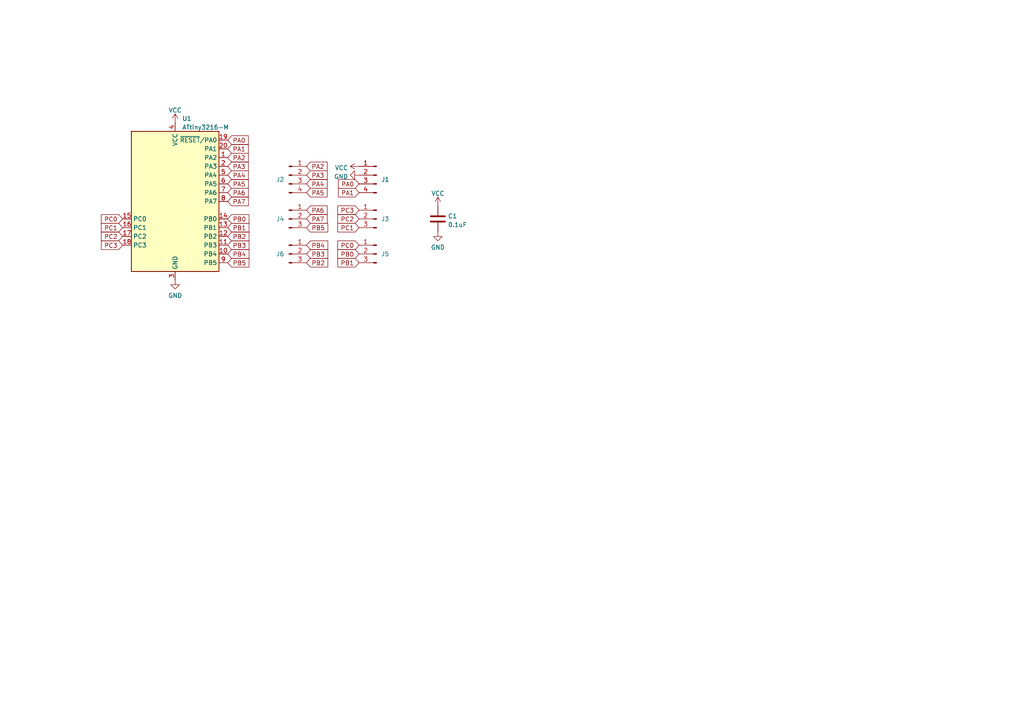
<source format=kicad_sch>
(kicad_sch (version 20211123) (generator eeschema)
  (paper "A4")
  (title_block (title "snappy") (date "2022-05-22") (rev "0.1.1") (company "moth.monster"))
  (lib_symbols
    (symbol "Connector:Conn_01x03_Male" (pin_names (offset 1.016) hide)
      (property "Reference" "J" (at 0 5.08 0))
      (property "Value" "Conn_01x03_Male" (at 0 -5.08 0))
      (symbol "Conn_01x03_Male_1_1"
        (polyline (pts (xy 1.27 -2.54) (xy 0.8636 -2.54)) (stroke (width 0.1524)))
        (polyline (pts (xy 1.27 0) (xy 0.8636 0)) (stroke (width 0.1524)))
        (polyline (pts (xy 1.27 2.54) (xy 0.8636 2.54)) (stroke (width 0.1524)))
        (rectangle (start 0.8636 -2.413) (end 0 -2.667) (stroke (width 0.1524)) (fill (type outline)))
        (rectangle (start 0.8636 0.127) (end 0 -0.127) (stroke (width 0.1524)) (fill (type outline)))
        (rectangle (start 0.8636 2.667) (end 0 2.413) (stroke (width 0.1524)) (fill (type outline)))
        (pin passive line (at 5.08 2.54 180) (length 3.81) (name "Pin_1") (number "1"))
        (pin passive line (at 5.08 0 180) (length 3.81) (name "Pin_2") (number "2"))
        (pin passive line (at 5.08 -2.54 180) (length 3.81) (name "Pin_3") (number "3"))
      )
    )
    (symbol "Connector:Conn_01x04_Male" (pin_names (offset 1.016) hide)
      (property "Reference" "J" (at 0 5.08 0))
      (property "Value" "Conn_01x04_Male" (at 0 -7.62 0))
      (symbol "Conn_01x04_Male_1_1"
        (polyline (pts (xy 1.27 -5.08) (xy 0.8636 -5.08)) (stroke (width 0.1524)))
        (polyline (pts (xy 1.27 -2.54) (xy 0.8636 -2.54)) (stroke (width 0.1524)))
        (polyline (pts (xy 1.27 0) (xy 0.8636 0)) (stroke (width 0.1524)))
        (polyline (pts (xy 1.27 2.54) (xy 0.8636 2.54)) (stroke (width 0.1524)))
        (rectangle (start 0.8636 -4.953) (end 0 -5.207) (stroke (width 0.1524)) (fill (type outline)))
        (rectangle (start 0.8636 -2.413) (end 0 -2.667) (stroke (width 0.1524)) (fill (type outline)))
        (rectangle (start 0.8636 0.127) (end 0 -0.127) (stroke (width 0.1524)) (fill (type outline)))
        (rectangle (start 0.8636 2.667) (end 0 2.413) (stroke (width 0.1524)) (fill (type outline)))
        (pin passive line (at 5.08 2.54 180) (length 3.81) (name "Pin_1") (number "1"))
        (pin passive line (at 5.08 0 180) (length 3.81) (name "Pin_2") (number "2"))
        (pin passive line (at 5.08 -2.54 180) (length 3.81) (name "Pin_3") (number "3"))
        (pin passive line (at 5.08 -5.08 180) (length 3.81) (name "Pin_4") (number "4"))
      )
    )
    (symbol "Device:C" (pin_numbers hide) (pin_names (offset 0.254))
      (property "Reference" "C" (at 0.635 2.54 0))
      (property "Value" "C" (at 0.635 -2.54 0))
      (symbol "C_0_1"
        (polyline (pts (xy -2.032 -0.762) (xy 2.032 -0.762)) (stroke (width 0.508)))
        (polyline (pts (xy -2.032 0.762) (xy 2.032 0.762)) (stroke (width 0.508)))
      )
      (symbol "C_1_1"
        (pin passive line (at 0 3.81 270) (length 2.794) (name "~") (number "1"))
        (pin passive line (at 0 -3.81 90) (length 2.794) (name "~") (number "2"))
      )
    )
    (symbol "MCU_Microchip_ATtiny:ATtiny3216-M"
      (property "Reference" "U" (at -12.7 21.59 0))
      (property "Value" "ATtiny3216-M" (at 2.54 -21.59 0))
      (symbol "ATtiny3216-M_0_1"
        (rectangle (start -12.7 -20.32) (end 12.7 20.32) (stroke (width 0.254)) (fill (type background)))
      )
      (symbol "ATtiny3216-M_1_1"
        (pin bidirectional line (at 15.24 12.7 180) (length 2.54) (name "PA2") (number "1"))
        (pin bidirectional line (at 15.24 -15.24 180) (length 2.54) (name "PB4") (number "10"))
        (pin bidirectional line (at 15.24 -12.7 180) (length 2.54) (name "PB3") (number "11"))
        (pin bidirectional line (at 15.24 -10.16 180) (length 2.54) (name "PB2") (number "12"))
        (pin bidirectional line (at 15.24 -7.62 180) (length 2.54) (name "PB1") (number "13"))
        (pin bidirectional line (at 15.24 -5.08 180) (length 2.54) (name "PB0") (number "14"))
        (pin bidirectional line (at -15.24 -5.08 0) (length 2.54) (name "PC0") (number "15"))
        (pin bidirectional line (at -15.24 -7.62 0) (length 2.54) (name "PC1") (number "16"))
        (pin bidirectional line (at -15.24 -10.16 0) (length 2.54) (name "PC2") (number "17"))
        (pin bidirectional line (at -15.24 -12.7 0) (length 2.54) (name "PC3") (number "18"))
        (pin bidirectional line (at 15.24 17.78 180) (length 2.54) (name "~{RESET}/PA0") (number "19"))
        (pin bidirectional line (at 15.24 10.16 180) (length 2.54) (name "PA3") (number "2"))
        (pin bidirectional line (at 15.24 15.24 180) (length 2.54) (name "PA1") (number "20"))
        (pin passive line (at 0 -22.86 90) (length 2.54) hide (name "GND") (number "21"))
        (pin power_in line (at 0 -22.86 90) (length 2.54) (name "GND") (number "3"))
        (pin power_in line (at 0 22.86 270) (length 2.54) (name "VCC") (number "4"))
        (pin bidirectional line (at 15.24 7.62 180) (length 2.54) (name "PA4") (number "5"))
        (pin bidirectional line (at 15.24 5.08 180) (length 2.54) (name "PA5") (number "6"))
        (pin bidirectional line (at 15.24 2.54 180) (length 2.54) (name "PA6") (number "7"))
        (pin bidirectional line (at 15.24 0 180) (length 2.54) (name "PA7") (number "8"))
        (pin bidirectional line (at 15.24 -17.78 180) (length 2.54) (name "PB5") (number "9"))
      )
    )
    (symbol "power:GND" (power) (pin_names (offset 0))
      (property "Value" "GND" (at 0 -3.81 0))
      (symbol "GND_0_1"
        (polyline (pts (xy 0 0) (xy 0 -1.27) (xy 1.27 -1.27) (xy 0 -2.54) (xy -1.27 -1.27) (xy 0 -1.27)))
      )
      (symbol "GND_1_1"
        (pin power_in line (at 0 0 270) (length 0) hide (name "GND") (number "1"))
      )
    )
    (symbol "power:VCC" (power) (pin_names (offset 0))
      (property "Value" "VCC" (at 0 3.81 0))
      (symbol "VCC_0_1"
        (polyline (pts (xy -0.762 1.27) (xy 0 2.54)))
        (polyline (pts (xy 0 0) (xy 0 2.54)))
        (polyline (pts (xy 0 2.54) (xy 0.762 1.27)))
      )
      (symbol "VCC_1_1"
        (pin power_in line (at 0 0 90) (length 0) hide (name "VCC") (number "1"))
      )
    )
  )
  (global_label "PA3" (shape input) (at 66.04 48.26 0) (property "Intersheet References" "${INTERSHEET_REFS}" (effects hide)))
  (global_label "PA1" (shape input) (at 104.14 55.88 180) (property "Intersheet References" "${INTERSHEET_REFS}" (effects hide)))
  (global_label "PB0" (shape input) (at 66.04 63.5 0) (property "Intersheet References" "${INTERSHEET_REFS}" (effects hide)))
  (global_label "PA3" (shape input) (at 88.9 50.8 0) (property "Intersheet References" "${INTERSHEET_REFS}" (effects hide)))
  (global_label "PA0" (shape input) (at 66.04 40.64 0) (property "Intersheet References" "${INTERSHEET_REFS}" (effects hide)))
  (global_label "PB5" (shape input) (at 88.9 66.04 0) (property "Intersheet References" "${INTERSHEET_REFS}" (effects hide)))
  (global_label "PB0" (shape input) (at 104.14 73.66 180) (property "Intersheet References" "${INTERSHEET_REFS}" (effects hide)))
  (global_label "PC0" (shape input) (at 104.14 71.12 180) (property "Intersheet References" "${INTERSHEET_REFS}" (effects hide)))
  (global_label "PC3" (shape input) (at 35.56 71.12 180) (property "Intersheet References" "${INTERSHEET_REFS}" (effects hide)))
  (global_label "PC0" (shape input) (at 35.56 63.5 180) (property "Intersheet References" "${INTERSHEET_REFS}" (effects hide)))
  (global_label "PC3" (shape input) (at 104.14 60.96 180) (property "Intersheet References" "${INTERSHEET_REFS}" (effects hide)))
  (global_label "PB3" (shape input) (at 88.9 73.66 0) (property "Intersheet References" "${INTERSHEET_REFS}" (effects hide)))
  (global_label "PC2" (shape input) (at 104.14 63.5 180) (property "Intersheet References" "${INTERSHEET_REFS}" (effects hide)))
  (global_label "PB3" (shape input) (at 66.04 71.12 0) (property "Intersheet References" "${INTERSHEET_REFS}" (effects hide)))
  (global_label "PB4" (shape input) (at 88.9 71.12 0) (property "Intersheet References" "${INTERSHEET_REFS}" (effects hide)))
  (global_label "PB2" (shape input) (at 88.9 76.2 0) (property "Intersheet References" "${INTERSHEET_REFS}" (effects hide)))
  (global_label "PA5" (shape input) (at 88.9 55.88 0) (property "Intersheet References" "${INTERSHEET_REFS}" (effects hide)))
  (global_label "PA0" (shape input) (at 104.14 53.34 180) (property "Intersheet References" "${INTERSHEET_REFS}" (effects hide)))
  (global_label "PB1" (shape input) (at 66.04 66.04 0) (property "Intersheet References" "${INTERSHEET_REFS}" (effects hide)))
  (global_label "PA5" (shape input) (at 66.04 53.34 0) (property "Intersheet References" "${INTERSHEET_REFS}" (effects hide)))
  (global_label "PC1" (shape input) (at 35.56 66.04 180) (property "Intersheet References" "${INTERSHEET_REFS}" (effects hide)))
  (global_label "PC1" (shape input) (at 104.14 66.04 180) (property "Intersheet References" "${INTERSHEET_REFS}" (effects hide)))
  (global_label "PC2" (shape input) (at 35.56 68.58 180) (property "Intersheet References" "${INTERSHEET_REFS}" (effects hide)))
  (global_label "PA2" (shape input) (at 66.04 45.72 0) (property "Intersheet References" "${INTERSHEET_REFS}" (effects hide)))
  (global_label "PA1" (shape input) (at 66.04 43.18 0) (property "Intersheet References" "${INTERSHEET_REFS}" (effects hide)))
  (global_label "PA2" (shape input) (at 88.9 48.26 0) (property "Intersheet References" "${INTERSHEET_REFS}" (effects hide)))
  (global_label "PB2" (shape input) (at 66.04 68.58 0) (property "Intersheet References" "${INTERSHEET_REFS}" (effects hide)))
  (global_label "PB1" (shape input) (at 104.14 76.2 180) (property "Intersheet References" "${INTERSHEET_REFS}" (effects hide)))
  (global_label "PB5" (shape input) (at 66.04 76.2 0) (property "Intersheet References" "${INTERSHEET_REFS}" (effects hide)))
  (global_label "PA4" (shape input) (at 66.04 50.8 0) (property "Intersheet References" "${INTERSHEET_REFS}" (effects hide)))
  (global_label "PA6" (shape input) (at 66.04 55.88 0) (property "Intersheet References" "${INTERSHEET_REFS}" (effects hide)))
  (global_label "PA7" (shape input) (at 66.04 58.42 0) (property "Intersheet References" "${INTERSHEET_REFS}" (effects hide)))
  (global_label "PB4" (shape input) (at 66.04 73.66 0) (property "Intersheet References" "${INTERSHEET_REFS}" (effects hide)))
  (global_label "PA6" (shape input) (at 88.9 60.96 0) (property "Intersheet References" "${INTERSHEET_REFS}" (effects hide)))
  (global_label "PA4" (shape input) (at 88.9 53.34 0) (property "Intersheet References" "${INTERSHEET_REFS}" (effects hide)))
  (global_label "PA7" (shape input) (at 88.9 63.5 0) (property "Intersheet References" "${INTERSHEET_REFS}" (effects hide)))
  (symbol (lib_id "MCU_Microchip_ATtiny:ATtiny3216-M") (at 50.8 58.42 0) (unit 1)
    (property "Reference" "U1" (at 52.8194 34.4002 0) (effects (justify left)))
    (property "Value" "ATtiny3216-M" (at 52.8194 36.9371 0) (effects (justify left)))
    (property "Footprint" "Package_DFN_QFN:VQFN-20-1EP_3x3mm_P0.4mm_EP1.7x1.7mm" (effects hide))
    (property "Datasheet" "http://ww1.microchip.com/downloads/en/DeviceDoc/ATtiny3216_ATtiny1616-data-sheet-40001997B.pdf" (effects hide))
    (property "JLC" "C507118 " (effects hide))
  )
  (symbol (lib_id "Connector:Conn_01x03_Male") (at 83.82 73.66 0) (unit 1)
    (property "Reference" "J6" (at 81.28 73.66 0))
    (property "Value" "Conn_01x03_Male" (effects hide))
    (property "Footprint" "mothface:PinHeader_1x03_P2.54mm_Vertical" (effects hide))
  )
  (symbol (lib_id "Device:C") (at 127 63.5 0) (unit 1)
    (property "Reference" "C1" (at 129.921 62.6653 0) (effects (justify left)))
    (property "Value" "0.1uF" (at 129.921 65.2022 0) (effects (justify left)))
    (property "Footprint" "Capacitor_SMD:C_0402_1005Metric" (effects hide))
    (property "JLC" "C1525 " (effects hide))
  )
  (symbol (lib_id "power:VCC") (at 104.14 48.26 90) (unit 1)
    (property "Reference" "#PWR0102" (effects hide))
    (property "Value" "VCC" (at 100.965 48.6938 90) (effects (justify left)))
  )
  (symbol (lib_id "power:GND") (at 104.14 50.8 270) (unit 1)
    (property "Reference" "#PWR0101" (effects hide))
    (property "Value" "GND" (at 100.9651 51.2338 90) (effects (justify right)))
  )
  (symbol (lib_id "Connector:Conn_01x04_Male") (at 109.22 50.8 0) (mirror y) (unit 1)
    (property "Reference" "J1" (at 111.76 52.07 0))
    (property "Value" "Conn_01x04_Male" (effects hide))
    (property "Footprint" "Connector_PinHeader_2.54mm:PinHeader_1x04_P2.54mm_Vertical" (effects hide))
  )
  (symbol (lib_id "power:VCC") (at 50.8 35.56 0) (unit 1)
    (property "Reference" "#PWR0103" (effects hide))
    (property "Value" "VCC" (at 50.8 31.9842 0))
  )
  (symbol (lib_id "Connector:Conn_01x03_Male") (at 109.22 73.66 0) (mirror y) (unit 1)
    (property "Reference" "J5" (at 110.49 73.66 0) (effects (justify right)))
    (property "Value" "Conn_01x03_Male" (effects hide))
    (property "Footprint" "mothface:PinHeader_1x03_P2.54mm_Vertical" (effects hide))
  )
  (symbol (lib_id "power:GND") (at 50.8 81.28 0) (unit 1)
    (property "Reference" "#PWR0104" (effects hide))
    (property "Value" "GND" (at 50.8 85.7234 0))
  )
  (symbol (lib_id "Connector:Conn_01x03_Male") (at 109.22 63.5 0) (mirror y) (unit 1)
    (property "Reference" "J3" (at 110.49 63.5 0) (effects (justify right)))
    (property "Value" "Conn_01x03_Male" (effects hide))
    (property "Footprint" "mothface:PinHeader_1x03_P2.54mm_Vertical" (effects hide))
  )
  (symbol (lib_id "power:GND") (at 127 67.31 0) (unit 1)
    (property "Reference" "#PWR0105" (effects hide))
    (property "Value" "GND" (at 127 71.7534 0))
  )
  (symbol (lib_id "power:VCC") (at 127 59.69 0) (unit 1)
    (property "Reference" "#PWR0106" (effects hide))
    (property "Value" "VCC" (at 127 56.1142 0))
  )
  (symbol (lib_id "Connector:Conn_01x03_Male") (at 83.82 63.5 0) (unit 1)
    (property "Reference" "J4" (at 81.28 63.5 0))
    (property "Value" "Conn_01x03_Male" (effects hide))
    (property "Footprint" "mothface:PinHeader_1x03_P2.54mm_Vertical" (effects hide))
  )
  (symbol (lib_id "Connector:Conn_01x04_Male") (at 83.82 50.8 0) (unit 1)
    (property "Reference" "J2" (at 81.28 52.07 0))
    (property "Value" "Conn_01x04_Male" (effects hide))
    (property "Footprint" "Connector_PinHeader_2.54mm:PinHeader_1x04_P2.54mm_Vertical" (effects hide))
  )
)
</source>
